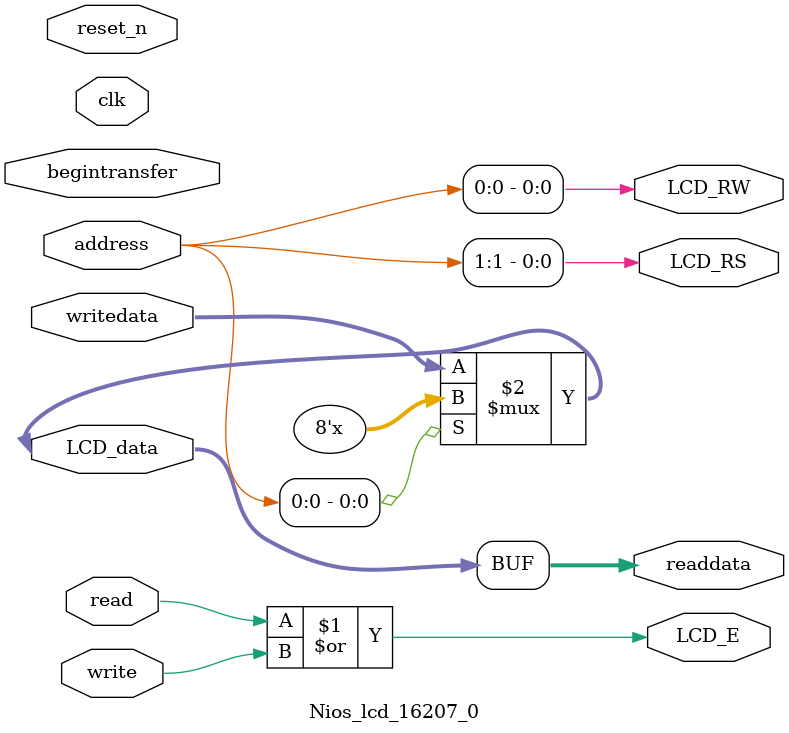
<source format=v>

`timescale 1ns / 1ps
// synthesis translate_on

// turn off superfluous verilog processor warnings 
// altera message_level Level1 
// altera message_off 10034 10035 10036 10037 10230 10240 10030 

module Nios_lcd_16207_0 (
                          // inputs:
                           address,
                           begintransfer,
                           clk,
                           read,
                           reset_n,
                           write,
                           writedata,

                          // outputs:
                           LCD_E,
                           LCD_RS,
                           LCD_RW,
                           LCD_data,
                           readdata
                        )
;

  output           LCD_E;
  output           LCD_RS;
  output           LCD_RW;
  inout   [  7: 0] LCD_data;
  output  [  7: 0] readdata;
  input   [  1: 0] address;
  input            begintransfer;
  input            clk;
  input            read;
  input            reset_n;
  input            write;
  input   [  7: 0] writedata;

  wire             LCD_E;
  wire             LCD_RS;
  wire             LCD_RW;
  wire    [  7: 0] LCD_data;
  wire    [  7: 0] readdata;
  assign LCD_RW = address[0];
  assign LCD_RS = address[1];
  assign LCD_E = read | write;
  assign LCD_data = (address[0]) ? {8{1'bz}} : writedata;
  assign readdata = LCD_data;
  //control_slave, which is an e_avalon_slave

endmodule


</source>
